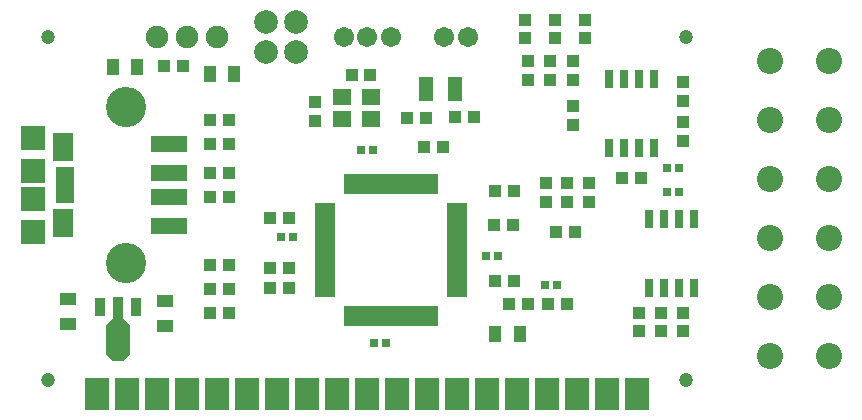
<source format=gts>
%FSLAX43Y43*%
%MOMM*%
G71*
G01*
G75*
G04 Layer_Color=8388736*
%ADD10R,0.800X0.900*%
%ADD11R,2.880X1.120*%
%ADD12R,0.900X1.270*%
%ADD13R,1.000X1.800*%
%ADD14R,1.400X1.200*%
%ADD15R,0.300X1.600*%
%ADD16R,1.600X0.300*%
%ADD17R,0.900X0.800*%
%ADD18R,0.508X0.559*%
%ADD19R,1.270X0.900*%
G04:AMPARAMS|DCode=20|XSize=1.9mm|YSize=3.3mm|CornerRadius=0mm|HoleSize=0mm|Usage=FLASHONLY|Rotation=180.000|XOffset=0mm|YOffset=0mm|HoleType=Round|Shape=Octagon|*
%AMOCTAGOND20*
4,1,8,0.475,-1.650,-0.475,-1.650,-0.950,-1.175,-0.950,1.175,-0.475,1.650,0.475,1.650,0.950,1.175,0.950,-1.175,0.475,-1.650,0.0*
%
%ADD20OCTAGOND20*%

%ADD21R,0.700X1.800*%
%ADD22R,0.700X1.350*%
%ADD23R,0.800X0.800*%
%ADD24R,1.600X2.200*%
%ADD25R,1.350X0.400*%
%ADD26R,1.900X1.900*%
%ADD27R,1.900X1.800*%
%ADD28R,0.600X1.400*%
%ADD29R,1.800X2.500*%
%ADD30C,0.200*%
%ADD31C,0.400*%
%ADD32C,0.300*%
%ADD33R,0.550X11.375*%
%ADD34R,0.550X2.225*%
%ADD35R,0.550X2.300*%
%ADD36R,1.975X0.550*%
%ADD37R,1.400X0.400*%
%ADD38R,0.400X1.400*%
%ADD39R,1.400X0.400*%
%ADD40R,2.150X0.500*%
%ADD41R,0.500X2.150*%
%ADD42C,0.600*%
%ADD43C,3.200*%
%ADD44C,1.000*%
%ADD45C,1.500*%
%ADD46C,1.700*%
%ADD47C,2.000*%
%ADD48C,1.800*%
%ADD49R,1.143X1.270*%
%ADD50R,4.800X0.650*%
%ADD51R,0.650X4.800*%
%ADD52R,3.175X0.650*%
%ADD53R,0.500X3.425*%
%ADD54R,3.625X0.600*%
%ADD55R,0.600X3.625*%
%ADD56C,0.254*%
%ADD57R,1.550X3.125*%
%ADD58R,1.003X1.103*%
%ADD59R,3.083X1.323*%
%ADD60R,1.103X1.473*%
%ADD61R,1.203X2.003*%
%ADD62R,1.603X1.403*%
%ADD63R,0.503X1.803*%
%ADD64R,1.803X0.503*%
%ADD65R,1.103X1.003*%
%ADD66R,0.711X0.762*%
%ADD67R,1.473X1.103*%
G04:AMPARAMS|DCode=68|XSize=2.103mm|YSize=3.503mm|CornerRadius=0mm|HoleSize=0mm|Usage=FLASHONLY|Rotation=180.000|XOffset=0mm|YOffset=0mm|HoleType=Round|Shape=Octagon|*
%AMOCTAGOND68*
4,1,8,0.526,-1.752,-0.526,-1.752,-1.052,-1.226,-1.052,1.226,-0.526,1.752,0.526,1.752,1.052,1.226,1.052,-1.226,0.526,-1.752,0.0*
%
%ADD68OCTAGOND68*%

%ADD69R,0.903X2.003*%
%ADD70R,0.903X1.553*%
%ADD71R,1.003X1.003*%
%ADD72R,1.803X2.403*%
%ADD73R,1.553X0.603*%
%ADD74R,2.103X2.103*%
%ADD75R,2.103X2.003*%
%ADD76R,0.803X1.603*%
%ADD77R,2.003X2.703*%
%ADD78C,3.403*%
%ADD79C,1.203*%
%ADD80C,1.703*%
%ADD81C,1.903*%
%ADD82C,2.203*%
%ADD83C,2.003*%
D57*
X55175Y95713D02*
D03*
D58*
X74200Y87000D02*
D03*
X72600D02*
D03*
X93200Y87600D02*
D03*
X91600D02*
D03*
X88225Y101425D02*
D03*
X89825D02*
D03*
X81075Y105000D02*
D03*
X79475D02*
D03*
X69100Y99200D02*
D03*
X67500D02*
D03*
Y101200D02*
D03*
X69100D02*
D03*
Y96700D02*
D03*
X67500D02*
D03*
X69100Y94675D02*
D03*
X67500D02*
D03*
X74200Y92900D02*
D03*
X72600D02*
D03*
X69100Y88900D02*
D03*
X67500D02*
D03*
X69100Y86900D02*
D03*
X67500D02*
D03*
Y84900D02*
D03*
X69100D02*
D03*
X87200Y98900D02*
D03*
X85600D02*
D03*
X92800Y85600D02*
D03*
X94400D02*
D03*
X97700D02*
D03*
X96100D02*
D03*
X98400Y91700D02*
D03*
X96800D02*
D03*
X104000Y96275D02*
D03*
X102400D02*
D03*
X91575Y92275D02*
D03*
X93175D02*
D03*
X93200Y95200D02*
D03*
X91600D02*
D03*
X63600Y105800D02*
D03*
X65200D02*
D03*
X72600Y88700D02*
D03*
X74200D02*
D03*
X85750Y101400D02*
D03*
X84150D02*
D03*
D59*
X63980Y99200D02*
D03*
Y96700D02*
D03*
Y94700D02*
D03*
Y92200D02*
D03*
D60*
X91625Y83100D02*
D03*
X93725D02*
D03*
X69550Y105100D02*
D03*
X67450D02*
D03*
X59250Y105700D02*
D03*
X61350D02*
D03*
D61*
X85750Y103800D02*
D03*
X88250D02*
D03*
D62*
X81100Y103150D02*
D03*
X78700D02*
D03*
Y101250D02*
D03*
X81100D02*
D03*
D63*
X86550Y95800D02*
D03*
X86050D02*
D03*
X85550D02*
D03*
X85050D02*
D03*
X84550D02*
D03*
X84050D02*
D03*
X83550D02*
D03*
X83050D02*
D03*
X82550D02*
D03*
X82050D02*
D03*
X81550D02*
D03*
X81050D02*
D03*
X80550D02*
D03*
X80050D02*
D03*
X79550D02*
D03*
X79050D02*
D03*
X86550Y84600D02*
D03*
X86050D02*
D03*
X85550D02*
D03*
X85050D02*
D03*
X84550D02*
D03*
X84050D02*
D03*
X83550D02*
D03*
X83050D02*
D03*
X82550D02*
D03*
X82050D02*
D03*
X81550D02*
D03*
X81050D02*
D03*
X80550D02*
D03*
X80050D02*
D03*
X79550D02*
D03*
X79050D02*
D03*
D64*
X77200Y93950D02*
D03*
Y93450D02*
D03*
Y92950D02*
D03*
Y92450D02*
D03*
Y91950D02*
D03*
Y91450D02*
D03*
Y90950D02*
D03*
Y90450D02*
D03*
Y89950D02*
D03*
Y89450D02*
D03*
Y88950D02*
D03*
Y88450D02*
D03*
Y87950D02*
D03*
Y87450D02*
D03*
Y86950D02*
D03*
Y86450D02*
D03*
X88400Y93950D02*
D03*
Y93450D02*
D03*
Y92950D02*
D03*
Y92450D02*
D03*
Y91950D02*
D03*
Y91450D02*
D03*
Y90950D02*
D03*
Y90450D02*
D03*
Y89950D02*
D03*
Y89450D02*
D03*
Y88950D02*
D03*
Y88450D02*
D03*
Y87950D02*
D03*
Y87450D02*
D03*
Y86950D02*
D03*
Y86450D02*
D03*
D65*
X76375Y101125D02*
D03*
Y102725D02*
D03*
X103800Y83300D02*
D03*
Y84900D02*
D03*
X105700D02*
D03*
Y83300D02*
D03*
X107500D02*
D03*
Y84900D02*
D03*
X99600Y94300D02*
D03*
Y95900D02*
D03*
X97700Y94300D02*
D03*
Y95900D02*
D03*
X95900Y94300D02*
D03*
Y95900D02*
D03*
X94400Y104600D02*
D03*
Y106200D02*
D03*
X96300Y104600D02*
D03*
Y106200D02*
D03*
X98200Y104600D02*
D03*
Y106200D02*
D03*
Y102400D02*
D03*
Y100800D02*
D03*
X107500Y99400D02*
D03*
Y101000D02*
D03*
Y104400D02*
D03*
Y102800D02*
D03*
D66*
X90892Y89700D02*
D03*
X91908D02*
D03*
X96908Y87200D02*
D03*
X95892D02*
D03*
X81283Y98625D02*
D03*
X80267D02*
D03*
X74508Y91300D02*
D03*
X73492D02*
D03*
X81342Y82300D02*
D03*
X82358D02*
D03*
X106192Y95100D02*
D03*
X107208D02*
D03*
X106192Y97100D02*
D03*
X107208D02*
D03*
D67*
X55500Y86050D02*
D03*
Y83950D02*
D03*
X63700Y83750D02*
D03*
Y85850D02*
D03*
D68*
X59700Y82613D02*
D03*
D69*
X59700Y85162D02*
D03*
D70*
X61200Y85387D02*
D03*
X58200D02*
D03*
D71*
X96710Y108150D02*
D03*
Y109650D02*
D03*
X99250D02*
D03*
Y108150D02*
D03*
X94170D02*
D03*
Y109650D02*
D03*
D72*
X55050Y92500D02*
D03*
Y98900D02*
D03*
D73*
X55175Y97000D02*
D03*
Y96350D02*
D03*
Y95700D02*
D03*
Y95050D02*
D03*
Y94400D02*
D03*
D74*
X52500Y94500D02*
D03*
Y96900D02*
D03*
D75*
Y91700D02*
D03*
Y99700D02*
D03*
D76*
X108505Y92850D02*
D03*
X107235D02*
D03*
X105965D02*
D03*
X104695D02*
D03*
X108505Y86950D02*
D03*
X107235D02*
D03*
X105965D02*
D03*
X104695D02*
D03*
X105105Y104700D02*
D03*
X103835D02*
D03*
X102565D02*
D03*
X101295D02*
D03*
X105105Y98800D02*
D03*
X103835D02*
D03*
X102565D02*
D03*
X101295D02*
D03*
D77*
X98580Y78000D02*
D03*
X96040D02*
D03*
X57940D02*
D03*
X60480D02*
D03*
X63020D02*
D03*
X65560D02*
D03*
X68100D02*
D03*
X70640D02*
D03*
X75720D02*
D03*
X93500D02*
D03*
X90960D02*
D03*
X88420D02*
D03*
X85880D02*
D03*
X83340D02*
D03*
X80800D02*
D03*
X78260D02*
D03*
X101120D02*
D03*
X103660D02*
D03*
X73180D02*
D03*
D78*
X60400Y102270D02*
D03*
Y89130D02*
D03*
D79*
X107800Y79200D02*
D03*
X53800D02*
D03*
X107800Y108200D02*
D03*
X53800D02*
D03*
D80*
X89300D02*
D03*
X87300D02*
D03*
X82800D02*
D03*
X80800D02*
D03*
X78800D02*
D03*
D81*
X63020D02*
D03*
X68100D02*
D03*
X65560D02*
D03*
D82*
X114900Y106200D02*
D03*
Y101200D02*
D03*
Y96200D02*
D03*
X119900D02*
D03*
X114900Y91200D02*
D03*
X119900D02*
D03*
X114900Y86200D02*
D03*
X119900D02*
D03*
X114900Y81200D02*
D03*
X119900D02*
D03*
Y101200D02*
D03*
Y106200D02*
D03*
D83*
X74740Y109490D02*
D03*
Y106950D02*
D03*
X72200D02*
D03*
Y109490D02*
D03*
M02*

</source>
